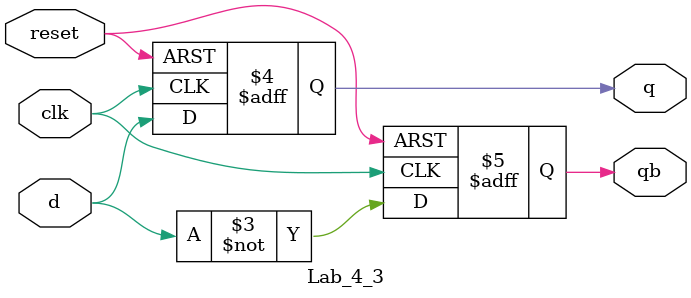
<source format=v>
`timescale 1ns / 1ps
module Lab_4_3(
    input clk,
    input reset,
    input d,
    output reg q,
    output reg qb
    );
    always@(posedge clk or negedge reset)
        begin
        // If the reset signal is active low, the output Q=0, ~Q=1 is forcibly set;
        if(!reset)
            begin
                q<=0;
                qb<=1;
            end
        // If the reset signal is active high, the synchronous reset D flip-flop is identical to the function implemented by the basic D flip-flop;
        else 
            begin
                q<=d;
                qb<=~d;
            end
        end
endmodule

</source>
